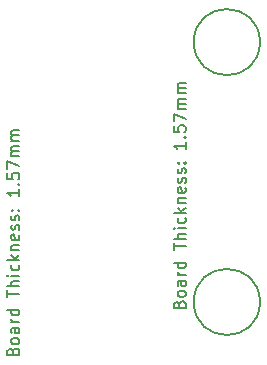
<source format=gbr>
%TF.GenerationSoftware,KiCad,Pcbnew,8.0.2*%
%TF.CreationDate,2025-01-11T00:45:03-03:00*%
%TF.ProjectId,rx_amp,72785f61-6d70-42e6-9b69-6361645f7063,rev?*%
%TF.SameCoordinates,Original*%
%TF.FileFunction,Other,Comment*%
%FSLAX46Y46*%
G04 Gerber Fmt 4.6, Leading zero omitted, Abs format (unit mm)*
G04 Created by KiCad (PCBNEW 8.0.2) date 2025-01-11 00:45:03*
%MOMM*%
%LPD*%
G01*
G04 APERTURE LIST*
%ADD10C,0.150000*%
G04 APERTURE END LIST*
D10*
X131981009Y-116190476D02*
X132028628Y-116047619D01*
X132028628Y-116047619D02*
X132076247Y-116000000D01*
X132076247Y-116000000D02*
X132171485Y-115952381D01*
X132171485Y-115952381D02*
X132314342Y-115952381D01*
X132314342Y-115952381D02*
X132409580Y-116000000D01*
X132409580Y-116000000D02*
X132457200Y-116047619D01*
X132457200Y-116047619D02*
X132504819Y-116142857D01*
X132504819Y-116142857D02*
X132504819Y-116523809D01*
X132504819Y-116523809D02*
X131504819Y-116523809D01*
X131504819Y-116523809D02*
X131504819Y-116190476D01*
X131504819Y-116190476D02*
X131552438Y-116095238D01*
X131552438Y-116095238D02*
X131600057Y-116047619D01*
X131600057Y-116047619D02*
X131695295Y-116000000D01*
X131695295Y-116000000D02*
X131790533Y-116000000D01*
X131790533Y-116000000D02*
X131885771Y-116047619D01*
X131885771Y-116047619D02*
X131933390Y-116095238D01*
X131933390Y-116095238D02*
X131981009Y-116190476D01*
X131981009Y-116190476D02*
X131981009Y-116523809D01*
X132504819Y-115380952D02*
X132457200Y-115476190D01*
X132457200Y-115476190D02*
X132409580Y-115523809D01*
X132409580Y-115523809D02*
X132314342Y-115571428D01*
X132314342Y-115571428D02*
X132028628Y-115571428D01*
X132028628Y-115571428D02*
X131933390Y-115523809D01*
X131933390Y-115523809D02*
X131885771Y-115476190D01*
X131885771Y-115476190D02*
X131838152Y-115380952D01*
X131838152Y-115380952D02*
X131838152Y-115238095D01*
X131838152Y-115238095D02*
X131885771Y-115142857D01*
X131885771Y-115142857D02*
X131933390Y-115095238D01*
X131933390Y-115095238D02*
X132028628Y-115047619D01*
X132028628Y-115047619D02*
X132314342Y-115047619D01*
X132314342Y-115047619D02*
X132409580Y-115095238D01*
X132409580Y-115095238D02*
X132457200Y-115142857D01*
X132457200Y-115142857D02*
X132504819Y-115238095D01*
X132504819Y-115238095D02*
X132504819Y-115380952D01*
X132504819Y-114190476D02*
X131981009Y-114190476D01*
X131981009Y-114190476D02*
X131885771Y-114238095D01*
X131885771Y-114238095D02*
X131838152Y-114333333D01*
X131838152Y-114333333D02*
X131838152Y-114523809D01*
X131838152Y-114523809D02*
X131885771Y-114619047D01*
X132457200Y-114190476D02*
X132504819Y-114285714D01*
X132504819Y-114285714D02*
X132504819Y-114523809D01*
X132504819Y-114523809D02*
X132457200Y-114619047D01*
X132457200Y-114619047D02*
X132361961Y-114666666D01*
X132361961Y-114666666D02*
X132266723Y-114666666D01*
X132266723Y-114666666D02*
X132171485Y-114619047D01*
X132171485Y-114619047D02*
X132123866Y-114523809D01*
X132123866Y-114523809D02*
X132123866Y-114285714D01*
X132123866Y-114285714D02*
X132076247Y-114190476D01*
X132504819Y-113714285D02*
X131838152Y-113714285D01*
X132028628Y-113714285D02*
X131933390Y-113666666D01*
X131933390Y-113666666D02*
X131885771Y-113619047D01*
X131885771Y-113619047D02*
X131838152Y-113523809D01*
X131838152Y-113523809D02*
X131838152Y-113428571D01*
X132504819Y-112666666D02*
X131504819Y-112666666D01*
X132457200Y-112666666D02*
X132504819Y-112761904D01*
X132504819Y-112761904D02*
X132504819Y-112952380D01*
X132504819Y-112952380D02*
X132457200Y-113047618D01*
X132457200Y-113047618D02*
X132409580Y-113095237D01*
X132409580Y-113095237D02*
X132314342Y-113142856D01*
X132314342Y-113142856D02*
X132028628Y-113142856D01*
X132028628Y-113142856D02*
X131933390Y-113095237D01*
X131933390Y-113095237D02*
X131885771Y-113047618D01*
X131885771Y-113047618D02*
X131838152Y-112952380D01*
X131838152Y-112952380D02*
X131838152Y-112761904D01*
X131838152Y-112761904D02*
X131885771Y-112666666D01*
X131504819Y-111571427D02*
X131504819Y-110999999D01*
X132504819Y-111285713D02*
X131504819Y-111285713D01*
X132504819Y-110666665D02*
X131504819Y-110666665D01*
X132504819Y-110238094D02*
X131981009Y-110238094D01*
X131981009Y-110238094D02*
X131885771Y-110285713D01*
X131885771Y-110285713D02*
X131838152Y-110380951D01*
X131838152Y-110380951D02*
X131838152Y-110523808D01*
X131838152Y-110523808D02*
X131885771Y-110619046D01*
X131885771Y-110619046D02*
X131933390Y-110666665D01*
X132504819Y-109761903D02*
X131838152Y-109761903D01*
X131504819Y-109761903D02*
X131552438Y-109809522D01*
X131552438Y-109809522D02*
X131600057Y-109761903D01*
X131600057Y-109761903D02*
X131552438Y-109714284D01*
X131552438Y-109714284D02*
X131504819Y-109761903D01*
X131504819Y-109761903D02*
X131600057Y-109761903D01*
X132457200Y-108857142D02*
X132504819Y-108952380D01*
X132504819Y-108952380D02*
X132504819Y-109142856D01*
X132504819Y-109142856D02*
X132457200Y-109238094D01*
X132457200Y-109238094D02*
X132409580Y-109285713D01*
X132409580Y-109285713D02*
X132314342Y-109333332D01*
X132314342Y-109333332D02*
X132028628Y-109333332D01*
X132028628Y-109333332D02*
X131933390Y-109285713D01*
X131933390Y-109285713D02*
X131885771Y-109238094D01*
X131885771Y-109238094D02*
X131838152Y-109142856D01*
X131838152Y-109142856D02*
X131838152Y-108952380D01*
X131838152Y-108952380D02*
X131885771Y-108857142D01*
X132504819Y-108428570D02*
X131504819Y-108428570D01*
X132123866Y-108333332D02*
X132504819Y-108047618D01*
X131838152Y-108047618D02*
X132219104Y-108428570D01*
X131838152Y-107619046D02*
X132504819Y-107619046D01*
X131933390Y-107619046D02*
X131885771Y-107571427D01*
X131885771Y-107571427D02*
X131838152Y-107476189D01*
X131838152Y-107476189D02*
X131838152Y-107333332D01*
X131838152Y-107333332D02*
X131885771Y-107238094D01*
X131885771Y-107238094D02*
X131981009Y-107190475D01*
X131981009Y-107190475D02*
X132504819Y-107190475D01*
X132457200Y-106333332D02*
X132504819Y-106428570D01*
X132504819Y-106428570D02*
X132504819Y-106619046D01*
X132504819Y-106619046D02*
X132457200Y-106714284D01*
X132457200Y-106714284D02*
X132361961Y-106761903D01*
X132361961Y-106761903D02*
X131981009Y-106761903D01*
X131981009Y-106761903D02*
X131885771Y-106714284D01*
X131885771Y-106714284D02*
X131838152Y-106619046D01*
X131838152Y-106619046D02*
X131838152Y-106428570D01*
X131838152Y-106428570D02*
X131885771Y-106333332D01*
X131885771Y-106333332D02*
X131981009Y-106285713D01*
X131981009Y-106285713D02*
X132076247Y-106285713D01*
X132076247Y-106285713D02*
X132171485Y-106761903D01*
X132457200Y-105904760D02*
X132504819Y-105809522D01*
X132504819Y-105809522D02*
X132504819Y-105619046D01*
X132504819Y-105619046D02*
X132457200Y-105523808D01*
X132457200Y-105523808D02*
X132361961Y-105476189D01*
X132361961Y-105476189D02*
X132314342Y-105476189D01*
X132314342Y-105476189D02*
X132219104Y-105523808D01*
X132219104Y-105523808D02*
X132171485Y-105619046D01*
X132171485Y-105619046D02*
X132171485Y-105761903D01*
X132171485Y-105761903D02*
X132123866Y-105857141D01*
X132123866Y-105857141D02*
X132028628Y-105904760D01*
X132028628Y-105904760D02*
X131981009Y-105904760D01*
X131981009Y-105904760D02*
X131885771Y-105857141D01*
X131885771Y-105857141D02*
X131838152Y-105761903D01*
X131838152Y-105761903D02*
X131838152Y-105619046D01*
X131838152Y-105619046D02*
X131885771Y-105523808D01*
X132457200Y-105095236D02*
X132504819Y-104999998D01*
X132504819Y-104999998D02*
X132504819Y-104809522D01*
X132504819Y-104809522D02*
X132457200Y-104714284D01*
X132457200Y-104714284D02*
X132361961Y-104666665D01*
X132361961Y-104666665D02*
X132314342Y-104666665D01*
X132314342Y-104666665D02*
X132219104Y-104714284D01*
X132219104Y-104714284D02*
X132171485Y-104809522D01*
X132171485Y-104809522D02*
X132171485Y-104952379D01*
X132171485Y-104952379D02*
X132123866Y-105047617D01*
X132123866Y-105047617D02*
X132028628Y-105095236D01*
X132028628Y-105095236D02*
X131981009Y-105095236D01*
X131981009Y-105095236D02*
X131885771Y-105047617D01*
X131885771Y-105047617D02*
X131838152Y-104952379D01*
X131838152Y-104952379D02*
X131838152Y-104809522D01*
X131838152Y-104809522D02*
X131885771Y-104714284D01*
X132409580Y-104238093D02*
X132457200Y-104190474D01*
X132457200Y-104190474D02*
X132504819Y-104238093D01*
X132504819Y-104238093D02*
X132457200Y-104285712D01*
X132457200Y-104285712D02*
X132409580Y-104238093D01*
X132409580Y-104238093D02*
X132504819Y-104238093D01*
X131885771Y-104238093D02*
X131933390Y-104190474D01*
X131933390Y-104190474D02*
X131981009Y-104238093D01*
X131981009Y-104238093D02*
X131933390Y-104285712D01*
X131933390Y-104285712D02*
X131885771Y-104238093D01*
X131885771Y-104238093D02*
X131981009Y-104238093D01*
X132504819Y-102476189D02*
X132504819Y-103047617D01*
X132504819Y-102761903D02*
X131504819Y-102761903D01*
X131504819Y-102761903D02*
X131647676Y-102857141D01*
X131647676Y-102857141D02*
X131742914Y-102952379D01*
X131742914Y-102952379D02*
X131790533Y-103047617D01*
X132409580Y-102047617D02*
X132457200Y-101999998D01*
X132457200Y-101999998D02*
X132504819Y-102047617D01*
X132504819Y-102047617D02*
X132457200Y-102095236D01*
X132457200Y-102095236D02*
X132409580Y-102047617D01*
X132409580Y-102047617D02*
X132504819Y-102047617D01*
X131504819Y-101095237D02*
X131504819Y-101571427D01*
X131504819Y-101571427D02*
X131981009Y-101619046D01*
X131981009Y-101619046D02*
X131933390Y-101571427D01*
X131933390Y-101571427D02*
X131885771Y-101476189D01*
X131885771Y-101476189D02*
X131885771Y-101238094D01*
X131885771Y-101238094D02*
X131933390Y-101142856D01*
X131933390Y-101142856D02*
X131981009Y-101095237D01*
X131981009Y-101095237D02*
X132076247Y-101047618D01*
X132076247Y-101047618D02*
X132314342Y-101047618D01*
X132314342Y-101047618D02*
X132409580Y-101095237D01*
X132409580Y-101095237D02*
X132457200Y-101142856D01*
X132457200Y-101142856D02*
X132504819Y-101238094D01*
X132504819Y-101238094D02*
X132504819Y-101476189D01*
X132504819Y-101476189D02*
X132457200Y-101571427D01*
X132457200Y-101571427D02*
X132409580Y-101619046D01*
X131504819Y-100714284D02*
X131504819Y-100047618D01*
X131504819Y-100047618D02*
X132504819Y-100476189D01*
X132504819Y-99666665D02*
X131838152Y-99666665D01*
X131933390Y-99666665D02*
X131885771Y-99619046D01*
X131885771Y-99619046D02*
X131838152Y-99523808D01*
X131838152Y-99523808D02*
X131838152Y-99380951D01*
X131838152Y-99380951D02*
X131885771Y-99285713D01*
X131885771Y-99285713D02*
X131981009Y-99238094D01*
X131981009Y-99238094D02*
X132504819Y-99238094D01*
X131981009Y-99238094D02*
X131885771Y-99190475D01*
X131885771Y-99190475D02*
X131838152Y-99095237D01*
X131838152Y-99095237D02*
X131838152Y-98952380D01*
X131838152Y-98952380D02*
X131885771Y-98857141D01*
X131885771Y-98857141D02*
X131981009Y-98809522D01*
X131981009Y-98809522D02*
X132504819Y-98809522D01*
X132504819Y-98333332D02*
X131838152Y-98333332D01*
X131933390Y-98333332D02*
X131885771Y-98285713D01*
X131885771Y-98285713D02*
X131838152Y-98190475D01*
X131838152Y-98190475D02*
X131838152Y-98047618D01*
X131838152Y-98047618D02*
X131885771Y-97952380D01*
X131885771Y-97952380D02*
X131981009Y-97904761D01*
X131981009Y-97904761D02*
X132504819Y-97904761D01*
X131981009Y-97904761D02*
X131885771Y-97857142D01*
X131885771Y-97857142D02*
X131838152Y-97761904D01*
X131838152Y-97761904D02*
X131838152Y-97619047D01*
X131838152Y-97619047D02*
X131885771Y-97523808D01*
X131885771Y-97523808D02*
X131981009Y-97476189D01*
X131981009Y-97476189D02*
X132504819Y-97476189D01*
X117881009Y-120190476D02*
X117928628Y-120047619D01*
X117928628Y-120047619D02*
X117976247Y-120000000D01*
X117976247Y-120000000D02*
X118071485Y-119952381D01*
X118071485Y-119952381D02*
X118214342Y-119952381D01*
X118214342Y-119952381D02*
X118309580Y-120000000D01*
X118309580Y-120000000D02*
X118357200Y-120047619D01*
X118357200Y-120047619D02*
X118404819Y-120142857D01*
X118404819Y-120142857D02*
X118404819Y-120523809D01*
X118404819Y-120523809D02*
X117404819Y-120523809D01*
X117404819Y-120523809D02*
X117404819Y-120190476D01*
X117404819Y-120190476D02*
X117452438Y-120095238D01*
X117452438Y-120095238D02*
X117500057Y-120047619D01*
X117500057Y-120047619D02*
X117595295Y-120000000D01*
X117595295Y-120000000D02*
X117690533Y-120000000D01*
X117690533Y-120000000D02*
X117785771Y-120047619D01*
X117785771Y-120047619D02*
X117833390Y-120095238D01*
X117833390Y-120095238D02*
X117881009Y-120190476D01*
X117881009Y-120190476D02*
X117881009Y-120523809D01*
X118404819Y-119380952D02*
X118357200Y-119476190D01*
X118357200Y-119476190D02*
X118309580Y-119523809D01*
X118309580Y-119523809D02*
X118214342Y-119571428D01*
X118214342Y-119571428D02*
X117928628Y-119571428D01*
X117928628Y-119571428D02*
X117833390Y-119523809D01*
X117833390Y-119523809D02*
X117785771Y-119476190D01*
X117785771Y-119476190D02*
X117738152Y-119380952D01*
X117738152Y-119380952D02*
X117738152Y-119238095D01*
X117738152Y-119238095D02*
X117785771Y-119142857D01*
X117785771Y-119142857D02*
X117833390Y-119095238D01*
X117833390Y-119095238D02*
X117928628Y-119047619D01*
X117928628Y-119047619D02*
X118214342Y-119047619D01*
X118214342Y-119047619D02*
X118309580Y-119095238D01*
X118309580Y-119095238D02*
X118357200Y-119142857D01*
X118357200Y-119142857D02*
X118404819Y-119238095D01*
X118404819Y-119238095D02*
X118404819Y-119380952D01*
X118404819Y-118190476D02*
X117881009Y-118190476D01*
X117881009Y-118190476D02*
X117785771Y-118238095D01*
X117785771Y-118238095D02*
X117738152Y-118333333D01*
X117738152Y-118333333D02*
X117738152Y-118523809D01*
X117738152Y-118523809D02*
X117785771Y-118619047D01*
X118357200Y-118190476D02*
X118404819Y-118285714D01*
X118404819Y-118285714D02*
X118404819Y-118523809D01*
X118404819Y-118523809D02*
X118357200Y-118619047D01*
X118357200Y-118619047D02*
X118261961Y-118666666D01*
X118261961Y-118666666D02*
X118166723Y-118666666D01*
X118166723Y-118666666D02*
X118071485Y-118619047D01*
X118071485Y-118619047D02*
X118023866Y-118523809D01*
X118023866Y-118523809D02*
X118023866Y-118285714D01*
X118023866Y-118285714D02*
X117976247Y-118190476D01*
X118404819Y-117714285D02*
X117738152Y-117714285D01*
X117928628Y-117714285D02*
X117833390Y-117666666D01*
X117833390Y-117666666D02*
X117785771Y-117619047D01*
X117785771Y-117619047D02*
X117738152Y-117523809D01*
X117738152Y-117523809D02*
X117738152Y-117428571D01*
X118404819Y-116666666D02*
X117404819Y-116666666D01*
X118357200Y-116666666D02*
X118404819Y-116761904D01*
X118404819Y-116761904D02*
X118404819Y-116952380D01*
X118404819Y-116952380D02*
X118357200Y-117047618D01*
X118357200Y-117047618D02*
X118309580Y-117095237D01*
X118309580Y-117095237D02*
X118214342Y-117142856D01*
X118214342Y-117142856D02*
X117928628Y-117142856D01*
X117928628Y-117142856D02*
X117833390Y-117095237D01*
X117833390Y-117095237D02*
X117785771Y-117047618D01*
X117785771Y-117047618D02*
X117738152Y-116952380D01*
X117738152Y-116952380D02*
X117738152Y-116761904D01*
X117738152Y-116761904D02*
X117785771Y-116666666D01*
X117404819Y-115571427D02*
X117404819Y-114999999D01*
X118404819Y-115285713D02*
X117404819Y-115285713D01*
X118404819Y-114666665D02*
X117404819Y-114666665D01*
X118404819Y-114238094D02*
X117881009Y-114238094D01*
X117881009Y-114238094D02*
X117785771Y-114285713D01*
X117785771Y-114285713D02*
X117738152Y-114380951D01*
X117738152Y-114380951D02*
X117738152Y-114523808D01*
X117738152Y-114523808D02*
X117785771Y-114619046D01*
X117785771Y-114619046D02*
X117833390Y-114666665D01*
X118404819Y-113761903D02*
X117738152Y-113761903D01*
X117404819Y-113761903D02*
X117452438Y-113809522D01*
X117452438Y-113809522D02*
X117500057Y-113761903D01*
X117500057Y-113761903D02*
X117452438Y-113714284D01*
X117452438Y-113714284D02*
X117404819Y-113761903D01*
X117404819Y-113761903D02*
X117500057Y-113761903D01*
X118357200Y-112857142D02*
X118404819Y-112952380D01*
X118404819Y-112952380D02*
X118404819Y-113142856D01*
X118404819Y-113142856D02*
X118357200Y-113238094D01*
X118357200Y-113238094D02*
X118309580Y-113285713D01*
X118309580Y-113285713D02*
X118214342Y-113333332D01*
X118214342Y-113333332D02*
X117928628Y-113333332D01*
X117928628Y-113333332D02*
X117833390Y-113285713D01*
X117833390Y-113285713D02*
X117785771Y-113238094D01*
X117785771Y-113238094D02*
X117738152Y-113142856D01*
X117738152Y-113142856D02*
X117738152Y-112952380D01*
X117738152Y-112952380D02*
X117785771Y-112857142D01*
X118404819Y-112428570D02*
X117404819Y-112428570D01*
X118023866Y-112333332D02*
X118404819Y-112047618D01*
X117738152Y-112047618D02*
X118119104Y-112428570D01*
X117738152Y-111619046D02*
X118404819Y-111619046D01*
X117833390Y-111619046D02*
X117785771Y-111571427D01*
X117785771Y-111571427D02*
X117738152Y-111476189D01*
X117738152Y-111476189D02*
X117738152Y-111333332D01*
X117738152Y-111333332D02*
X117785771Y-111238094D01*
X117785771Y-111238094D02*
X117881009Y-111190475D01*
X117881009Y-111190475D02*
X118404819Y-111190475D01*
X118357200Y-110333332D02*
X118404819Y-110428570D01*
X118404819Y-110428570D02*
X118404819Y-110619046D01*
X118404819Y-110619046D02*
X118357200Y-110714284D01*
X118357200Y-110714284D02*
X118261961Y-110761903D01*
X118261961Y-110761903D02*
X117881009Y-110761903D01*
X117881009Y-110761903D02*
X117785771Y-110714284D01*
X117785771Y-110714284D02*
X117738152Y-110619046D01*
X117738152Y-110619046D02*
X117738152Y-110428570D01*
X117738152Y-110428570D02*
X117785771Y-110333332D01*
X117785771Y-110333332D02*
X117881009Y-110285713D01*
X117881009Y-110285713D02*
X117976247Y-110285713D01*
X117976247Y-110285713D02*
X118071485Y-110761903D01*
X118357200Y-109904760D02*
X118404819Y-109809522D01*
X118404819Y-109809522D02*
X118404819Y-109619046D01*
X118404819Y-109619046D02*
X118357200Y-109523808D01*
X118357200Y-109523808D02*
X118261961Y-109476189D01*
X118261961Y-109476189D02*
X118214342Y-109476189D01*
X118214342Y-109476189D02*
X118119104Y-109523808D01*
X118119104Y-109523808D02*
X118071485Y-109619046D01*
X118071485Y-109619046D02*
X118071485Y-109761903D01*
X118071485Y-109761903D02*
X118023866Y-109857141D01*
X118023866Y-109857141D02*
X117928628Y-109904760D01*
X117928628Y-109904760D02*
X117881009Y-109904760D01*
X117881009Y-109904760D02*
X117785771Y-109857141D01*
X117785771Y-109857141D02*
X117738152Y-109761903D01*
X117738152Y-109761903D02*
X117738152Y-109619046D01*
X117738152Y-109619046D02*
X117785771Y-109523808D01*
X118357200Y-109095236D02*
X118404819Y-108999998D01*
X118404819Y-108999998D02*
X118404819Y-108809522D01*
X118404819Y-108809522D02*
X118357200Y-108714284D01*
X118357200Y-108714284D02*
X118261961Y-108666665D01*
X118261961Y-108666665D02*
X118214342Y-108666665D01*
X118214342Y-108666665D02*
X118119104Y-108714284D01*
X118119104Y-108714284D02*
X118071485Y-108809522D01*
X118071485Y-108809522D02*
X118071485Y-108952379D01*
X118071485Y-108952379D02*
X118023866Y-109047617D01*
X118023866Y-109047617D02*
X117928628Y-109095236D01*
X117928628Y-109095236D02*
X117881009Y-109095236D01*
X117881009Y-109095236D02*
X117785771Y-109047617D01*
X117785771Y-109047617D02*
X117738152Y-108952379D01*
X117738152Y-108952379D02*
X117738152Y-108809522D01*
X117738152Y-108809522D02*
X117785771Y-108714284D01*
X118309580Y-108238093D02*
X118357200Y-108190474D01*
X118357200Y-108190474D02*
X118404819Y-108238093D01*
X118404819Y-108238093D02*
X118357200Y-108285712D01*
X118357200Y-108285712D02*
X118309580Y-108238093D01*
X118309580Y-108238093D02*
X118404819Y-108238093D01*
X117785771Y-108238093D02*
X117833390Y-108190474D01*
X117833390Y-108190474D02*
X117881009Y-108238093D01*
X117881009Y-108238093D02*
X117833390Y-108285712D01*
X117833390Y-108285712D02*
X117785771Y-108238093D01*
X117785771Y-108238093D02*
X117881009Y-108238093D01*
X118404819Y-106476189D02*
X118404819Y-107047617D01*
X118404819Y-106761903D02*
X117404819Y-106761903D01*
X117404819Y-106761903D02*
X117547676Y-106857141D01*
X117547676Y-106857141D02*
X117642914Y-106952379D01*
X117642914Y-106952379D02*
X117690533Y-107047617D01*
X118309580Y-106047617D02*
X118357200Y-105999998D01*
X118357200Y-105999998D02*
X118404819Y-106047617D01*
X118404819Y-106047617D02*
X118357200Y-106095236D01*
X118357200Y-106095236D02*
X118309580Y-106047617D01*
X118309580Y-106047617D02*
X118404819Y-106047617D01*
X117404819Y-105095237D02*
X117404819Y-105571427D01*
X117404819Y-105571427D02*
X117881009Y-105619046D01*
X117881009Y-105619046D02*
X117833390Y-105571427D01*
X117833390Y-105571427D02*
X117785771Y-105476189D01*
X117785771Y-105476189D02*
X117785771Y-105238094D01*
X117785771Y-105238094D02*
X117833390Y-105142856D01*
X117833390Y-105142856D02*
X117881009Y-105095237D01*
X117881009Y-105095237D02*
X117976247Y-105047618D01*
X117976247Y-105047618D02*
X118214342Y-105047618D01*
X118214342Y-105047618D02*
X118309580Y-105095237D01*
X118309580Y-105095237D02*
X118357200Y-105142856D01*
X118357200Y-105142856D02*
X118404819Y-105238094D01*
X118404819Y-105238094D02*
X118404819Y-105476189D01*
X118404819Y-105476189D02*
X118357200Y-105571427D01*
X118357200Y-105571427D02*
X118309580Y-105619046D01*
X117404819Y-104714284D02*
X117404819Y-104047618D01*
X117404819Y-104047618D02*
X118404819Y-104476189D01*
X118404819Y-103666665D02*
X117738152Y-103666665D01*
X117833390Y-103666665D02*
X117785771Y-103619046D01*
X117785771Y-103619046D02*
X117738152Y-103523808D01*
X117738152Y-103523808D02*
X117738152Y-103380951D01*
X117738152Y-103380951D02*
X117785771Y-103285713D01*
X117785771Y-103285713D02*
X117881009Y-103238094D01*
X117881009Y-103238094D02*
X118404819Y-103238094D01*
X117881009Y-103238094D02*
X117785771Y-103190475D01*
X117785771Y-103190475D02*
X117738152Y-103095237D01*
X117738152Y-103095237D02*
X117738152Y-102952380D01*
X117738152Y-102952380D02*
X117785771Y-102857141D01*
X117785771Y-102857141D02*
X117881009Y-102809522D01*
X117881009Y-102809522D02*
X118404819Y-102809522D01*
X118404819Y-102333332D02*
X117738152Y-102333332D01*
X117833390Y-102333332D02*
X117785771Y-102285713D01*
X117785771Y-102285713D02*
X117738152Y-102190475D01*
X117738152Y-102190475D02*
X117738152Y-102047618D01*
X117738152Y-102047618D02*
X117785771Y-101952380D01*
X117785771Y-101952380D02*
X117881009Y-101904761D01*
X117881009Y-101904761D02*
X118404819Y-101904761D01*
X117881009Y-101904761D02*
X117785771Y-101857142D01*
X117785771Y-101857142D02*
X117738152Y-101761904D01*
X117738152Y-101761904D02*
X117738152Y-101619047D01*
X117738152Y-101619047D02*
X117785771Y-101523808D01*
X117785771Y-101523808D02*
X117881009Y-101476189D01*
X117881009Y-101476189D02*
X118404819Y-101476189D01*
%TO.C,H1*%
X138800000Y-94000000D02*
G75*
G02*
X133200000Y-94000000I-2800000J0D01*
G01*
X133200000Y-94000000D02*
G75*
G02*
X138800000Y-94000000I2800000J0D01*
G01*
%TO.C,H3*%
X138800000Y-116000000D02*
G75*
G02*
X133200000Y-116000000I-2800000J0D01*
G01*
X133200000Y-116000000D02*
G75*
G02*
X138800000Y-116000000I2800000J0D01*
G01*
%TD*%
M02*

</source>
